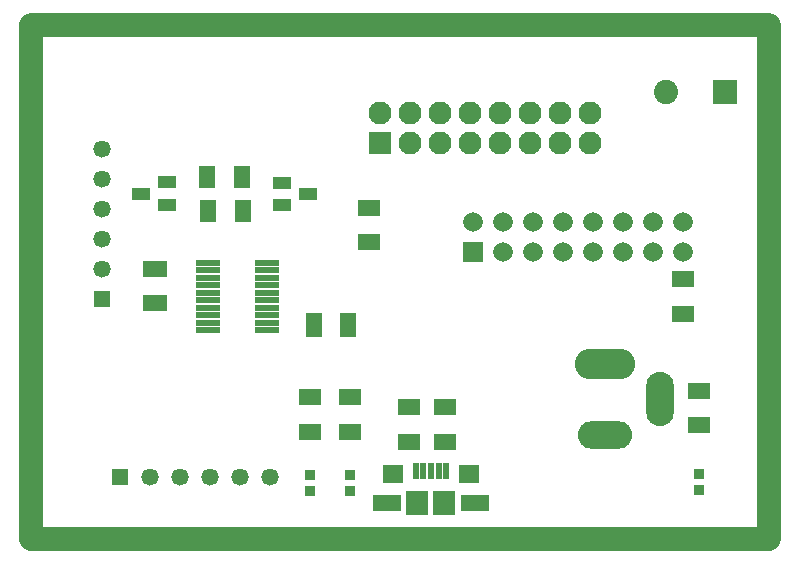
<source format=gts>
G04*
G04 #@! TF.GenerationSoftware,Altium Limited,Altium Designer,20.1.12 (249)*
G04*
G04 Layer_Color=8388736*
%FSLAX44Y44*%
%MOMM*%
G71*
G04*
G04 #@! TF.SameCoordinates,2C1882C9-CBDB-4859-8E7C-5A4850A28F2A*
G04*
G04*
G04 #@! TF.FilePolarity,Negative*
G04*
G01*
G75*
%ADD27C,2.0000*%
%ADD28R,1.5000X1.1000*%
%ADD29R,1.3300X1.8700*%
G04:AMPARAMS|DCode=30|XSize=2.07mm|YSize=0.51mm|CornerRadius=0.0705mm|HoleSize=0mm|Usage=FLASHONLY|Rotation=180.000|XOffset=0mm|YOffset=0mm|HoleType=Round|Shape=RoundedRectangle|*
%AMROUNDEDRECTD30*
21,1,2.0700,0.3690,0,0,180.0*
21,1,1.9290,0.5100,0,0,180.0*
1,1,0.1410,-0.9645,0.1845*
1,1,0.1410,0.9645,0.1845*
1,1,0.1410,0.9645,-0.1845*
1,1,0.1410,-0.9645,-0.1845*
%
%ADD30ROUNDEDRECTD30*%
%ADD31R,1.4700X2.0100*%
%ADD32R,2.0100X1.4700*%
%ADD33R,1.8700X1.3300*%
%ADD34R,0.5000X1.4500*%
%ADD35R,1.7000X1.5000*%
%ADD36R,2.4000X1.4000*%
%ADD37R,1.9000X2.0000*%
%ADD38R,0.8620X0.8620*%
%ADD39R,1.6700X1.6700*%
%ADD40C,1.6700*%
%ADD41C,1.4700*%
%ADD42R,1.4700X1.4700*%
%ADD43R,1.4700X1.4700*%
%ADD44O,2.3500X4.6000*%
%ADD45O,4.6000X2.3500*%
%ADD46O,5.1000X2.6000*%
%ADD47R,2.0500X2.0500*%
%ADD48C,2.0500*%
%ADD49C,1.9500*%
%ADD50R,1.9500X1.9500*%
D27*
X615000Y424996D02*
X615000Y-10164D01*
X-10000Y425160D02*
X615000Y424996D01*
X-10000Y425160D02*
X-10000Y-10000D01*
X615000Y-10164D01*
D28*
X202676Y291176D02*
D03*
Y272176D02*
D03*
X224676Y281676D02*
D03*
X83000Y282000D02*
D03*
X105000Y291500D02*
D03*
Y272500D02*
D03*
D29*
X168660Y296000D02*
D03*
X139340D02*
D03*
X140340Y267000D02*
D03*
X169660D02*
D03*
D30*
X189700Y223575D02*
D03*
Y217225D02*
D03*
Y210875D02*
D03*
Y204525D02*
D03*
Y198175D02*
D03*
Y191825D02*
D03*
Y185475D02*
D03*
Y179125D02*
D03*
Y172775D02*
D03*
Y166425D02*
D03*
X140300D02*
D03*
Y172775D02*
D03*
Y179125D02*
D03*
Y185475D02*
D03*
Y191825D02*
D03*
Y198175D02*
D03*
Y204525D02*
D03*
Y210875D02*
D03*
Y217225D02*
D03*
Y223575D02*
D03*
D31*
X258210Y171000D02*
D03*
X229790D02*
D03*
D32*
X95000Y218210D02*
D03*
Y189790D02*
D03*
D33*
X260000Y80340D02*
D03*
Y109660D02*
D03*
X226000D02*
D03*
Y80340D02*
D03*
X340440Y72050D02*
D03*
Y101370D02*
D03*
X310440Y72050D02*
D03*
Y101370D02*
D03*
X542400Y209669D02*
D03*
Y180349D02*
D03*
X556000Y115320D02*
D03*
Y86000D02*
D03*
X276000Y270000D02*
D03*
Y240680D02*
D03*
D34*
X315690Y46990D02*
D03*
X322190D02*
D03*
X328690D02*
D03*
X335190D02*
D03*
X341690D02*
D03*
D35*
X296690Y44740D02*
D03*
X360690D02*
D03*
D36*
X366190Y20240D02*
D03*
X291190D02*
D03*
D37*
X317190D02*
D03*
X340190D02*
D03*
D38*
X226000Y44000D02*
D03*
Y30030D02*
D03*
X260000Y44000D02*
D03*
Y30030D02*
D03*
X556000Y31015D02*
D03*
Y44985D02*
D03*
D39*
X364600Y233000D02*
D03*
D40*
Y258400D02*
D03*
X390000Y233000D02*
D03*
Y258400D02*
D03*
X415400Y233000D02*
D03*
Y258400D02*
D03*
X440800Y233000D02*
D03*
Y258400D02*
D03*
X466200Y233000D02*
D03*
Y258400D02*
D03*
X491600Y233000D02*
D03*
Y258400D02*
D03*
X517000Y233000D02*
D03*
Y258400D02*
D03*
X542400Y233000D02*
D03*
Y258400D02*
D03*
D41*
X50000Y319800D02*
D03*
Y294400D02*
D03*
Y269000D02*
D03*
Y243600D02*
D03*
Y218200D02*
D03*
X192200Y42000D02*
D03*
X166800D02*
D03*
X141400D02*
D03*
X116000D02*
D03*
X90600D02*
D03*
D42*
X50000Y192800D02*
D03*
D43*
X65200Y42000D02*
D03*
D44*
X523000Y108000D02*
D03*
D45*
X476000Y78000D02*
D03*
D46*
Y138000D02*
D03*
D47*
X578000Y368000D02*
D03*
D48*
X528000D02*
D03*
D49*
X463400Y350000D02*
D03*
Y324600D02*
D03*
X438000Y350000D02*
D03*
Y324600D02*
D03*
X412600Y350000D02*
D03*
Y324600D02*
D03*
X387200Y350000D02*
D03*
Y324600D02*
D03*
X361800Y350000D02*
D03*
Y324600D02*
D03*
X336400Y350000D02*
D03*
Y324600D02*
D03*
X311000Y350000D02*
D03*
Y324600D02*
D03*
X285600Y350000D02*
D03*
D50*
Y324600D02*
D03*
M02*

</source>
